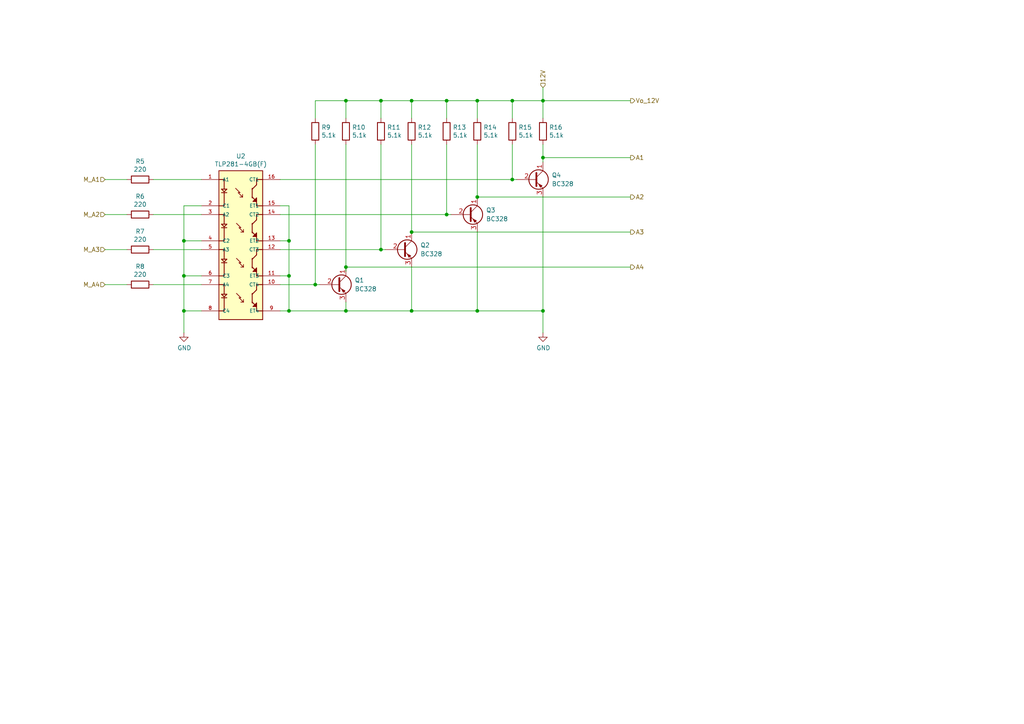
<source format=kicad_sch>
(kicad_sch (version 20211123) (generator eeschema)
  (paper "A4")
  (lib_symbols
    (symbol "Device:R" (pin_numbers hide) (pin_names (offset 0))
      (property "Reference" "R" (at 2.032 0 90))
      (property "Value" "R" (at 0 0 90))
      (symbol "R_0_1"
        (rectangle (start -1.016 -2.54) (end 1.016 2.54) (stroke (width 0.254)))
      )
      (symbol "R_1_1"
        (pin passive line (at 0 3.81 270) (length 1.27) (name "~") (number "1"))
        (pin passive line (at 0 -3.81 90) (length 1.27) (name "~") (number "2"))
      )
    )
    (symbol "Transistor_BJT:BC328" (pin_names (offset 0) hide)
      (property "Reference" "Q" (at 5.08 1.905 0))
      (property "Value" "BC328" (at 5.08 0 0))
      (symbol "BC328_0_1"
        (polyline (pts (xy 0.635 0.635) (xy 2.54 2.54)))
        (polyline (pts (xy 0.635 -0.635) (xy 2.54 -2.54) (xy 2.54 -2.54)))
        (polyline (pts (xy 0.635 1.905) (xy 0.635 -1.905) (xy 0.635 -1.905)) (stroke (width 0.508)))
        (polyline (pts (xy 2.286 -1.778) (xy 1.778 -2.286) (xy 1.27 -1.27) (xy 2.286 -1.778) (xy 2.286 -1.778)) (fill (type outline)))
        (circle (center 1.27 0) (radius 2.8194) (stroke (width 0.254)))
      )
      (symbol "BC328_1_1"
        (pin passive line (at 2.54 5.08 270) (length 2.54) (name "C") (number "1"))
        (pin input line (at -5.08 0 0) (length 5.715) (name "B") (number "2"))
        (pin passive line (at 2.54 -5.08 90) (length 2.54) (name "E") (number "3"))
      )
    )
    (symbol "optoacoplador-rescue:TLP281-4GB(F)-TLP281-4GB_F_" (pin_names (offset 1.016))
      (property "Reference" "U" (at -4.826 21.082 0))
      (property "Value" "TLP281-4GB(F)-TLP281-4GB_F_" (at -5.08 -25.4508 0))
      (symbol "TLP281-4GB(F)-TLP281-4GB_F__0_0"
        (rectangle (start -5.08 -22.86) (end 7.62 20.32) (stroke (width 0.254)) (fill (type background)))
        (polyline (pts (xy -5.08 -12.7) (xy -3.556 -12.7)) (stroke (width 0.254)))
        (polyline (pts (xy -5.08 -2.54) (xy -3.556 -2.54)) (stroke (width 0.254)))
        (polyline (pts (xy -5.08 7.62) (xy -3.556 7.62)) (stroke (width 0.254)))
        (polyline (pts (xy -5.08 17.78) (xy -3.556 17.78)) (stroke (width 0.254)))
        (polyline (pts (xy -4.318 -16.51) (xy -2.794 -16.51)) (stroke (width 0.254)))
        (polyline (pts (xy -4.318 -15.494) (xy -3.556 -16.256)) (stroke (width 0.254)))
        (polyline (pts (xy -4.318 -6.35) (xy -2.794 -6.35)) (stroke (width 0.254)))
        (polyline (pts (xy -4.318 -5.334) (xy -3.556 -6.096)) (stroke (width 0.254)))
        (polyline (pts (xy -4.318 3.81) (xy -2.794 3.81)) (stroke (width 0.254)))
        (polyline (pts (xy -4.318 4.826) (xy -3.556 4.064)) (stroke (width 0.254)))
        (polyline (pts (xy -4.318 13.97) (xy -2.794 13.97)) (stroke (width 0.254)))
        (polyline (pts (xy -4.318 14.986) (xy -3.556 14.224)) (stroke (width 0.254)))
        (polyline (pts (xy -3.556 -20.32) (xy -5.08 -20.32)) (stroke (width 0.254)))
        (polyline (pts (xy -3.556 -16.51) (xy -3.556 -20.32)) (stroke (width 0.254)))
        (polyline (pts (xy -3.556 -16.256) (xy -2.794 -15.494)) (stroke (width 0.254)))
        (polyline (pts (xy -3.556 -15.494) (xy -4.318 -15.494)) (stroke (width 0.254)))
        (polyline (pts (xy -3.556 -15.494) (xy -2.794 -15.494)) (stroke (width 0.254)))
        (polyline (pts (xy -3.556 -12.7) (xy -3.556 -15.494)) (stroke (width 0.254)))
        (polyline (pts (xy -3.556 -10.16) (xy -5.08 -10.16)) (stroke (width 0.254)))
        (polyline (pts (xy -3.556 -6.35) (xy -3.556 -10.16)) (stroke (width 0.254)))
        (polyline (pts (xy -3.556 -6.096) (xy -2.794 -5.334)) (stroke (width 0.254)))
        (polyline (pts (xy -3.556 -5.334) (xy -4.318 -5.334)) (stroke (width 0.254)))
        (polyline (pts (xy -3.556 -5.334) (xy -2.794 -5.334)) (stroke (width 0.254)))
        (polyline (pts (xy -3.556 -2.54) (xy -3.556 -5.334)) (stroke (width 0.254)))
        (polyline (pts (xy -3.556 0) (xy -5.08 0)) (stroke (width 0.254)))
        (polyline (pts (xy -3.556 3.81) (xy -3.556 0)) (stroke (width 0.254)))
        (polyline (pts (xy -3.556 4.064) (xy -2.794 4.826)) (stroke (width 0.254)))
        (polyline (pts (xy -3.556 4.826) (xy -4.318 4.826)) (stroke (width 0.254)))
        (polyline (pts (xy -3.556 4.826) (xy -2.794 4.826)) (stroke (width 0.254)))
        (polyline (pts (xy -3.556 7.62) (xy -3.556 4.826)) (stroke (width 0.254)))
        (polyline (pts (xy -3.556 10.16) (xy -5.08 10.16)) (stroke (width 0.254)))
        (polyline (pts (xy -3.556 13.97) (xy -3.556 10.16)) (stroke (width 0.254)))
        (polyline (pts (xy -3.556 14.224) (xy -2.794 14.986)) (stroke (width 0.254)))
        (polyline (pts (xy -3.556 14.986) (xy -4.318 14.986)) (stroke (width 0.254)))
        (polyline (pts (xy -3.556 14.986) (xy -2.794 14.986)) (stroke (width 0.254)))
        (polyline (pts (xy -3.556 17.78) (xy -3.556 14.986)) (stroke (width 0.254)))
        (polyline (pts (xy -0.254 15.24) (xy 1.016 13.97)) (stroke (width 0.2032)))
        (polyline (pts (xy 0 -15.24) (xy 1.27 -16.51)) (stroke (width 0.2032)))
        (polyline (pts (xy 0 -5.08) (xy 1.27 -6.35)) (stroke (width 0.2032)))
        (polyline (pts (xy 0 5.08) (xy 1.27 3.81)) (stroke (width 0.2032)))
        (polyline (pts (xy 0.508 13.97) (xy 1.778 12.7)) (stroke (width 0.2032)))
        (polyline (pts (xy 0.762 -16.51) (xy 2.032 -17.78)) (stroke (width 0.2032)))
        (polyline (pts (xy 0.762 -6.35) (xy 2.032 -7.62)) (stroke (width 0.2032)))
        (polyline (pts (xy 0.762 3.81) (xy 2.032 2.54)) (stroke (width 0.2032)))
        (polyline (pts (xy 1.016 13.97) (xy 0.508 13.97)) (stroke (width 0.2032)))
        (polyline (pts (xy 1.27 -16.51) (xy 0.762 -16.51)) (stroke (width 0.2032)))
        (polyline (pts (xy 1.27 -6.35) (xy 0.762 -6.35)) (stroke (width 0.2032)))
        (polyline (pts (xy 1.27 3.81) (xy 0.762 3.81)) (stroke (width 0.2032)))
        (polyline (pts (xy 1.778 12.7) (xy 1.016 12.7)) (stroke (width 0.2032)))
        (polyline (pts (xy 1.778 12.7) (xy 1.778 13.462)) (stroke (width 0.2032)))
        (polyline (pts (xy 2.032 -17.78) (xy 1.27 -17.78)) (stroke (width 0.2032)))
        (polyline (pts (xy 2.032 -17.78) (xy 2.032 -17.018)) (stroke (width 0.2032)))
        (polyline (pts (xy 2.032 -7.62) (xy 1.27 -7.62)) (stroke (width 0.2032)))
        (polyline (pts (xy 2.032 -7.62) (xy 2.032 -6.858)) (stroke (width 0.2032)))
        (polyline (pts (xy 2.032 2.54) (xy 1.27 2.54)) (stroke (width 0.2032)))
        (polyline (pts (xy 2.032 2.54) (xy 2.032 3.302)) (stroke (width 0.2032)))
        (polyline (pts (xy 4.572 -17.78) (xy 4.572 -18.034)) (stroke (width 0.254)))
        (polyline (pts (xy 4.572 -17.78) (xy 5.842 -19.05)) (stroke (width 0.254)))
        (polyline (pts (xy 4.572 -15.494) (xy 4.572 -17.78)) (stroke (width 0.254)))
        (polyline (pts (xy 4.572 -15.494) (xy 4.572 -15.24)) (stroke (width 0.254)))
        (polyline (pts (xy 4.572 -7.62) (xy 4.572 -7.874)) (stroke (width 0.254)))
        (polyline (pts (xy 4.572 -7.62) (xy 5.842 -8.89)) (stroke (width 0.254)))
        (polyline (pts (xy 4.572 -5.334) (xy 4.572 -7.62)) (stroke (width 0.254)))
        (polyline (pts (xy 4.572 -5.334) (xy 4.572 -5.08)) (stroke (width 0.254)))
        (polyline (pts (xy 4.572 2.54) (xy 4.572 2.286)) (stroke (width 0.254)))
        (polyline (pts (xy 4.572 2.54) (xy 5.842 1.27)) (stroke (width 0.254)))
        (polyline (pts (xy 4.572 4.826) (xy 4.572 2.54)) (stroke (width 0.254)))
        (polyline (pts (xy 4.572 4.826) (xy 4.572 5.08)) (stroke (width 0.254)))
        (polyline (pts (xy 4.572 12.7) (xy 4.572 12.446)) (stroke (width 0.254)))
        (polyline (pts (xy 4.572 12.7) (xy 5.842 11.43)) (stroke (width 0.254)))
        (polyline (pts (xy 4.572 14.986) (xy 4.572 12.7)) (stroke (width 0.254)))
        (polyline (pts (xy 4.572 14.986) (xy 4.572 15.24)) (stroke (width 0.254)))
        (polyline (pts (xy 4.826 -19.05) (xy 5.588 -19.05)) (stroke (width 0.254)))
        (polyline (pts (xy 4.826 -8.89) (xy 5.588 -8.89)) (stroke (width 0.254)))
        (polyline (pts (xy 4.826 1.27) (xy 5.588 1.27)) (stroke (width 0.254)))
        (polyline (pts (xy 4.826 11.43) (xy 5.588 11.43)) (stroke (width 0.254)))
        (polyline (pts (xy 5.08 -18.796) (xy 4.826 -19.05)) (stroke (width 0.254)))
        (polyline (pts (xy 5.08 -18.796) (xy 5.334 -18.796)) (stroke (width 0.254)))
        (polyline (pts (xy 5.08 -8.636) (xy 4.826 -8.89)) (stroke (width 0.254)))
        (polyline (pts (xy 5.08 -8.636) (xy 5.334 -8.636)) (stroke (width 0.254)))
        (polyline (pts (xy 5.08 1.524) (xy 4.826 1.27)) (stroke (width 0.254)))
        (polyline (pts (xy 5.08 1.524) (xy 5.334 1.524)) (stroke (width 0.254)))
        (polyline (pts (xy 5.08 11.684) (xy 4.826 11.43)) (stroke (width 0.254)))
        (polyline (pts (xy 5.08 11.684) (xy 5.334 11.684)) (stroke (width 0.254)))
        (polyline (pts (xy 5.334 -18.796) (xy 5.588 -19.05)) (stroke (width 0.254)))
        (polyline (pts (xy 5.334 -8.636) (xy 5.588 -8.89)) (stroke (width 0.254)))
        (polyline (pts (xy 5.334 1.524) (xy 5.588 1.27)) (stroke (width 0.254)))
        (polyline (pts (xy 5.334 11.684) (xy 5.588 11.43)) (stroke (width 0.254)))
        (polyline (pts (xy 5.588 -19.05) (xy 5.588 -18.542)) (stroke (width 0.254)))
        (polyline (pts (xy 5.588 -19.05) (xy 5.842 -19.05)) (stroke (width 0.254)))
        (polyline (pts (xy 5.588 -18.542) (xy 5.334 -18.796)) (stroke (width 0.254)))
        (polyline (pts (xy 5.588 -18.542) (xy 5.842 -18.288)) (stroke (width 0.254)))
        (polyline (pts (xy 5.588 -8.89) (xy 5.588 -8.382)) (stroke (width 0.254)))
        (polyline (pts (xy 5.588 -8.89) (xy 5.842 -8.89)) (stroke (width 0.254)))
        (polyline (pts (xy 5.588 -8.382) (xy 5.334 -8.636)) (stroke (width 0.254)))
        (polyline (pts (xy 5.588 -8.382) (xy 5.842 -8.128)) (stroke (width 0.254)))
        (polyline (pts (xy 5.588 1.27) (xy 5.588 1.778)) (stroke (width 0.254)))
        (polyline (pts (xy 5.588 1.27) (xy 5.842 1.27)) (stroke (width 0.254)))
        (polyline (pts (xy 5.588 1.778) (xy 5.334 1.524)) (stroke (width 0.254)))
        (polyline (pts (xy 5.588 1.778) (xy 5.842 2.032)) (stroke (width 0.254)))
        (polyline (pts (xy 5.588 11.43) (xy 5.588 11.938)) (stroke (width 0.254)))
        (polyline (pts (xy 5.588 11.43) (xy 5.842 11.43)) (stroke (width 0.254)))
        (polyline (pts (xy 5.588 11.938) (xy 5.334 11.684)) (stroke (width 0.254)))
        (polyline (pts (xy 5.588 11.938) (xy 5.842 12.192)) (stroke (width 0.254)))
        (polyline (pts (xy 5.842 -20.32) (xy 7.62 -20.32)) (stroke (width 0.254)))
        (polyline (pts (xy 5.842 -19.05) (xy 5.842 -20.32)) (stroke (width 0.254)))
        (polyline (pts (xy 5.842 -19.05) (xy 5.842 -18.796)) (stroke (width 0.254)))
        (polyline (pts (xy 5.842 -18.796) (xy 5.588 -18.542)) (stroke (width 0.254)))
        (polyline (pts (xy 5.842 -18.796) (xy 5.842 -18.288)) (stroke (width 0.254)))
        (polyline (pts (xy 5.842 -18.288) (xy 5.842 -18.034)) (stroke (width 0.254)))
        (polyline (pts (xy 5.842 -18.034) (xy 5.08 -18.796)) (stroke (width 0.254)))
        (polyline (pts (xy 5.842 -14.224) (xy 4.572 -15.494)) (stroke (width 0.254)))
        (polyline (pts (xy 5.842 -12.7) (xy 5.842 -14.224)) (stroke (width 0.254)))
        (polyline (pts (xy 5.842 -10.16) (xy 7.62 -10.16)) (stroke (width 0.254)))
        (polyline (pts (xy 5.842 -8.89) (xy 5.842 -10.16)) (stroke (width 0.254)))
        (polyline (pts (xy 5.842 -8.89) (xy 5.842 -8.636)) (stroke (width 0.254)))
        (polyline (pts (xy 5.842 -8.636) (xy 5.588 -8.382)) (stroke (width 0.254)))
        (polyline (pts (xy 5.842 -8.636) (xy 5.842 -8.128)) (stroke (width 0.254)))
        (polyline (pts (xy 5.842 -8.128) (xy 5.842 -7.874)) (stroke (width 0.254)))
        (polyline (pts (xy 5.842 -7.874) (xy 5.08 -8.636)) (stroke (width 0.254)))
        (polyline (pts (xy 5.842 -4.064) (xy 4.572 -5.334)) (stroke (width 0.254)))
        (polyline (pts (xy 5.842 -2.54) (xy 5.842 -4.064)) (stroke (width 0.254)))
        (polyline (pts (xy 5.842 0) (xy 7.62 0)) (stroke (width 0.254)))
        (polyline (pts (xy 5.842 1.27) (xy 5.842 0)) (stroke (width 0.254)))
        (polyline (pts (xy 5.842 1.27) (xy 5.842 1.524)) (stroke (width 0.254)))
        (polyline (pts (xy 5.842 1.524) (xy 5.588 1.778)) (stroke (width 0.254)))
        (polyline (pts (xy 5.842 1.524) (xy 5.842 2.032)) (stroke (width 0.254)))
        (polyline (pts (xy 5.842 2.032) (xy 5.842 2.286)) (stroke (width 0.254)))
        (polyline (pts (xy 5.842 2.286) (xy 5.08 1.524)) (stroke (width 0.254)))
        (polyline (pts (xy 5.842 6.096) (xy 4.572 4.826)) (stroke (width 0.254)))
        (polyline (pts (xy 5.842 7.62) (xy 5.842 6.096)) (stroke (width 0.254)))
        (polyline (pts (xy 5.842 10.16) (xy 7.62 10.16)) (stroke (width 0.254)))
        (polyline (pts (xy 5.842 11.43) (xy 5.842 10.16)) (stroke (width 0.254)))
        (polyline (pts (xy 5.842 11.43) (xy 5.842 11.684)) (stroke (width 0.254)))
        (polyline (pts (xy 5.842 11.684) (xy 5.588 11.938)) (stroke (width 0.254)))
        (polyline (pts (xy 5.842 11.684) (xy 5.842 12.192)) (stroke (width 0.254)))
        (polyline (pts (xy 5.842 12.192) (xy 5.842 12.446)) (stroke (width 0.254)))
        (polyline (pts (xy 5.842 12.446) (xy 5.08 11.684)) (stroke (width 0.254)))
        (polyline (pts (xy 5.842 16.256) (xy 4.572 14.986)) (stroke (width 0.254)))
        (polyline (pts (xy 5.842 17.78) (xy 5.842 16.256)) (stroke (width 0.254)))
        (polyline (pts (xy 7.62 -12.7) (xy 5.842 -12.7)) (stroke (width 0.254)))
        (polyline (pts (xy 7.62 -2.54) (xy 5.842 -2.54)) (stroke (width 0.254)))
        (polyline (pts (xy 7.62 7.62) (xy 5.842 7.62)) (stroke (width 0.254)))
        (polyline (pts (xy 7.62 17.78) (xy 5.842 17.78)) (stroke (width 0.254)))
        (pin passive line (at -10.16 17.78 0) (length 5.08) (name "A1") (number "1"))
        (pin passive line (at 12.7 -12.7 180) (length 5.08) (name "CT4") (number "10"))
        (pin passive line (at 12.7 -10.16 180) (length 5.08) (name "ET3") (number "11"))
        (pin passive line (at 12.7 -2.54 180) (length 5.08) (name "CT3") (number "12"))
        (pin passive line (at 12.7 0 180) (length 5.08) (name "ET2") (number "13"))
        (pin passive line (at 12.7 7.62 180) (length 5.08) (name "CT2") (number "14"))
        (pin passive line (at 12.7 10.16 180) (length 5.08) (name "ET1") (number "15"))
        (pin passive line (at 12.7 17.78 180) (length 5.08) (name "CT1") (number "16"))
        (pin passive line (at -10.16 10.16 0) (length 5.08) (name "C1") (number "2"))
        (pin passive line (at -10.16 7.62 0) (length 5.08) (name "A2") (number "3"))
        (pin passive line (at -10.16 0 0) (length 5.08) (name "C2") (number "4"))
        (pin passive line (at -10.16 -2.54 0) (length 5.08) (name "A3") (number "5"))
        (pin passive line (at -10.16 -10.16 0) (length 5.08) (name "C3") (number "6"))
        (pin passive line (at -10.16 -12.7 0) (length 5.08) (name "A4") (number "7"))
        (pin passive line (at -10.16 -20.32 0) (length 5.08) (name "C4") (number "8"))
        (pin passive line (at 12.7 -20.32 180) (length 5.08) (name "ET4") (number "9"))
      )
    )
    (symbol "power:GND" (power) (pin_names (offset 0))
      (property "Value" "GND" (at 0 -3.81 0))
      (symbol "GND_0_1"
        (polyline (pts (xy 0 0) (xy 0 -1.27) (xy 1.27 -1.27) (xy 0 -2.54) (xy -1.27 -1.27) (xy 0 -1.27)))
      )
      (symbol "GND_1_1"
        (pin power_in line (at 0 0 270) (length 0) hide (name "GND") (number "1"))
      )
    )
  )
  (junction (at 83.82 90.17))
  (junction (at 148.59 52.07))
  (junction (at 138.43 90.17))
  (junction (at 138.43 57.15))
  (junction (at 53.34 90.17))
  (junction (at 138.43 29.21))
  (junction (at 100.33 90.17))
  (junction (at 129.54 29.21))
  (junction (at 91.44 82.55))
  (junction (at 100.33 77.47))
  (junction (at 129.54 62.23))
  (junction (at 119.38 90.17))
  (junction (at 83.82 69.85))
  (junction (at 100.33 29.21))
  (junction (at 119.38 29.21))
  (junction (at 157.48 29.21))
  (junction (at 148.59 29.21))
  (junction (at 157.48 45.72))
  (junction (at 53.34 80.01))
  (junction (at 110.49 29.21))
  (junction (at 83.82 80.01))
  (junction (at 110.49 72.39))
  (junction (at 157.48 90.17))
  (junction (at 53.34 69.85))
  (junction (at 119.38 67.31))
  (wire (pts (xy 100.33 77.47) (xy 100.33 78.74)))
  (wire (pts (xy 119.38 77.47) (xy 119.38 90.17)))
  (wire (pts (xy 148.59 29.21) (xy 157.48 29.21)))
  (wire (pts (xy 44.45 72.39) (xy 58.42 72.39)))
  (wire (pts (xy 100.33 77.47) (xy 182.88 77.47)))
  (wire (pts (xy 44.45 52.07) (xy 58.42 52.07)))
  (wire (pts (xy 83.82 59.69) (xy 83.82 69.85)))
  (wire (pts (xy 111.76 72.39) (xy 110.49 72.39)))
  (wire (pts (xy 130.81 62.23) (xy 129.54 62.23)))
  (wire (pts (xy 100.33 29.21) (xy 110.49 29.21)))
  (wire (pts (xy 83.82 80.01) (xy 81.28 80.01)))
  (wire (pts (xy 138.43 41.91) (xy 138.43 57.15)))
  (wire (pts (xy 110.49 29.21) (xy 119.38 29.21)))
  (wire (pts (xy 119.38 67.31) (xy 182.88 67.31)))
  (wire (pts (xy 129.54 29.21) (xy 138.43 29.21)))
  (wire (pts (xy 100.33 90.17) (xy 119.38 90.17)))
  (wire (pts (xy 100.33 41.91) (xy 100.33 77.47)))
  (wire (pts (xy 129.54 34.29) (xy 129.54 29.21)))
  (wire (pts (xy 100.33 87.63) (xy 100.33 90.17)))
  (wire (pts (xy 36.83 82.55) (xy 30.48 82.55)))
  (wire (pts (xy 92.71 82.55) (xy 91.44 82.55)))
  (wire (pts (xy 83.82 90.17) (xy 81.28 90.17)))
  (wire (pts (xy 157.48 90.17) (xy 157.48 96.52)))
  (wire (pts (xy 36.83 62.23) (xy 30.48 62.23)))
  (wire (pts (xy 100.33 34.29) (xy 100.33 29.21)))
  (wire (pts (xy 91.44 41.91) (xy 91.44 82.55)))
  (wire (pts (xy 157.48 29.21) (xy 182.88 29.21)))
  (wire (pts (xy 53.34 90.17) (xy 58.42 90.17)))
  (wire (pts (xy 129.54 41.91) (xy 129.54 62.23)))
  (wire (pts (xy 100.33 90.17) (xy 83.82 90.17)))
  (wire (pts (xy 53.34 69.85) (xy 58.42 69.85)))
  (wire (pts (xy 110.49 34.29) (xy 110.49 29.21)))
  (wire (pts (xy 148.59 41.91) (xy 148.59 52.07)))
  (wire (pts (xy 36.83 72.39) (xy 30.48 72.39)))
  (wire (pts (xy 148.59 52.07) (xy 149.86 52.07)))
  (wire (pts (xy 138.43 29.21) (xy 148.59 29.21)))
  (wire (pts (xy 83.82 69.85) (xy 81.28 69.85)))
  (wire (pts (xy 81.28 59.69) (xy 83.82 59.69)))
  (wire (pts (xy 119.38 29.21) (xy 129.54 29.21)))
  (wire (pts (xy 53.34 80.01) (xy 58.42 80.01)))
  (wire (pts (xy 157.48 25.4) (xy 157.48 29.21)))
  (wire (pts (xy 138.43 90.17) (xy 157.48 90.17)))
  (wire (pts (xy 91.44 34.29) (xy 91.44 29.21)))
  (wire (pts (xy 138.43 34.29) (xy 138.43 29.21)))
  (wire (pts (xy 157.48 45.72) (xy 157.48 41.91)))
  (wire (pts (xy 148.59 34.29) (xy 148.59 29.21)))
  (wire (pts (xy 83.82 69.85) (xy 83.82 80.01)))
  (wire (pts (xy 58.42 59.69) (xy 53.34 59.69)))
  (wire (pts (xy 119.38 34.29) (xy 119.38 29.21)))
  (wire (pts (xy 157.48 46.99) (xy 157.48 45.72)))
  (wire (pts (xy 182.88 45.72) (xy 157.48 45.72)))
  (wire (pts (xy 157.48 29.21) (xy 157.48 34.29)))
  (wire (pts (xy 119.38 90.17) (xy 138.43 90.17)))
  (wire (pts (xy 129.54 62.23) (xy 81.28 62.23)))
  (wire (pts (xy 44.45 82.55) (xy 58.42 82.55)))
  (wire (pts (xy 53.34 80.01) (xy 53.34 90.17)))
  (wire (pts (xy 110.49 41.91) (xy 110.49 72.39)))
  (wire (pts (xy 148.59 52.07) (xy 81.28 52.07)))
  (wire (pts (xy 110.49 72.39) (xy 81.28 72.39)))
  (wire (pts (xy 157.48 57.15) (xy 157.48 90.17)))
  (wire (pts (xy 138.43 57.15) (xy 182.88 57.15)))
  (wire (pts (xy 83.82 80.01) (xy 83.82 90.17)))
  (wire (pts (xy 53.34 59.69) (xy 53.34 69.85)))
  (wire (pts (xy 36.83 52.07) (xy 30.48 52.07)))
  (wire (pts (xy 44.45 62.23) (xy 58.42 62.23)))
  (wire (pts (xy 91.44 29.21) (xy 100.33 29.21)))
  (wire (pts (xy 91.44 82.55) (xy 81.28 82.55)))
  (wire (pts (xy 138.43 67.31) (xy 138.43 90.17)))
  (wire (pts (xy 119.38 41.91) (xy 119.38 67.31)))
  (wire (pts (xy 53.34 69.85) (xy 53.34 80.01)))
  (wire (pts (xy 53.34 96.52) (xy 53.34 90.17)))
  (hierarchical_label "M_A1" (shape input) (at 30.48 52.07 180))
  (hierarchical_label "12V" (shape input) (at 157.48 25.4 90))
  (hierarchical_label "A1" (shape output) (at 182.88 45.72 0))
  (hierarchical_label "A2" (shape output) (at 182.88 57.15 0))
  (hierarchical_label "M_A4" (shape input) (at 30.48 82.55 180))
  (hierarchical_label "M_A2" (shape input) (at 30.48 62.23 180))
  (hierarchical_label "M_A3" (shape input) (at 30.48 72.39 180))
  (hierarchical_label "A3" (shape output) (at 182.88 67.31 0))
  (hierarchical_label "Vo_12V" (shape output) (at 182.88 29.21 0))
  (hierarchical_label "A4" (shape output) (at 182.88 77.47 0))
  (symbol (lib_id "Transistor_BJT:BC328") (at 154.94 52.07 0) (unit 1)
    (property "Reference" "Q4" (at 160.02 50.7999 0) (effects (justify left)))
    (property "Value" "BC328" (at 160.02 53.3399 0) (effects (justify left)))
    (property "Footprint" "Package_TO_SOT_THT:TO-92_Inline" (effects hide))
    (property "Datasheet" "http://www.redrok.com/PNP_BC327_-45V_-800mA_0.625W_Hfe100_TO-92.pdf" (effects hide))
  )
  (symbol (lib_id "power:GND") (at 157.48 96.52 0) (unit 1)
    (property "Reference" "#PWR0101" (effects hide))
    (property "Value" "GND" (at 157.607 100.9142 0))
  )
  (symbol (lib_id "Device:R") (at 148.59 38.1 0) (unit 1)
    (property "Reference" "R15" (at 150.368 36.9316 0) (effects (justify left)))
    (property "Value" "5.1k" (at 150.368 39.243 0) (effects (justify left)))
    (property "Footprint" "Resistor_SMD:R_1206_3216Metric_Pad1.30x1.75mm_HandSolder" (effects hide))
  )
  (symbol (lib_id "Device:R") (at 40.64 62.23 90) (unit 1)
    (property "Reference" "R6" (at 40.64 56.9722 90))
    (property "Value" "220" (at 40.64 59.2836 90))
    (property "Footprint" "Resistor_SMD:R_1206_3216Metric_Pad1.30x1.75mm_HandSolder" (effects hide))
  )
  (symbol (lib_id "Device:R") (at 119.38 38.1 0) (unit 1)
    (property "Reference" "R12" (at 121.158 36.9316 0) (effects (justify left)))
    (property "Value" "5.1k" (at 121.158 39.243 0) (effects (justify left)))
    (property "Footprint" "Resistor_SMD:R_1206_3216Metric_Pad1.30x1.75mm_HandSolder" (effects hide))
  )
  (symbol (lib_id "Device:R") (at 100.33 38.1 0) (unit 1)
    (property "Reference" "R10" (at 102.108 36.9316 0) (effects (justify left)))
    (property "Value" "5.1k" (at 102.108 39.243 0) (effects (justify left)))
    (property "Footprint" "Resistor_SMD:R_1206_3216Metric_Pad1.30x1.75mm_HandSolder" (effects hide))
  )
  (symbol (lib_id "power:GND") (at 53.34 96.52 0) (unit 1)
    (property "Reference" "#PWR0124" (effects hide))
    (property "Value" "GND" (at 53.467 100.9142 0))
  )
  (symbol (lib_id "optoacoplador-rescue:TLP281-4GB(F)-TLP281-4GB_F_") (at 68.58 69.85 0) (unit 1)
    (property "Reference" "U2" (at 69.85 45.2882 0))
    (property "Value" "TLP281-4GB(F)" (at 69.85 47.5996 0))
    (property "MANUFACTURER" "Toshiba" (effects hide))
    (property "STANDARD" "IPC7351B" (effects hide))
    (property "SNAPEDA_PACKAGE_ID" "7439" (effects hide))
  )
  (symbol (lib_id "Device:R") (at 91.44 38.1 0) (unit 1)
    (property "Reference" "R9" (at 93.218 36.9316 0) (effects (justify left)))
    (property "Value" "5.1k" (at 93.218 39.243 0) (effects (justify left)))
    (property "Footprint" "Resistor_SMD:R_1206_3216Metric_Pad1.30x1.75mm_HandSolder" (effects hide))
  )
  (symbol (lib_id "Device:R") (at 40.64 52.07 90) (unit 1)
    (property "Reference" "R5" (at 40.64 46.8122 90))
    (property "Value" "220" (at 40.64 49.1236 90))
    (property "Footprint" "Resistor_SMD:R_1206_3216Metric_Pad1.30x1.75mm_HandSolder" (effects hide))
  )
  (symbol (lib_id "Device:R") (at 157.48 38.1 0) (unit 1)
    (property "Reference" "R16" (at 159.258 36.9316 0) (effects (justify left)))
    (property "Value" "5.1k" (at 159.258 39.243 0) (effects (justify left)))
    (property "Footprint" "Resistor_SMD:R_1206_3216Metric_Pad1.30x1.75mm_HandSolder" (effects hide))
  )
  (symbol (lib_id "Transistor_BJT:BC328") (at 97.79 82.55 0) (unit 1)
    (property "Reference" "Q1" (at 102.87 81.2799 0) (effects (justify left)))
    (property "Value" "BC328" (at 102.87 83.8199 0) (effects (justify left)))
    (property "Footprint" "Package_TO_SOT_THT:TO-92_Inline" (effects hide))
    (property "Datasheet" "http://www.redrok.com/PNP_BC327_-45V_-800mA_0.625W_Hfe100_TO-92.pdf" (effects hide))
  )
  (symbol (lib_id "Device:R") (at 138.43 38.1 0) (unit 1)
    (property "Reference" "R14" (at 140.208 36.9316 0) (effects (justify left)))
    (property "Value" "5.1k" (at 140.208 39.243 0) (effects (justify left)))
    (property "Footprint" "Resistor_SMD:R_1206_3216Metric_Pad1.30x1.75mm_HandSolder" (effects hide))
  )
  (symbol (lib_id "Device:R") (at 40.64 82.55 90) (unit 1)
    (property "Reference" "R8" (at 40.64 77.2922 90))
    (property "Value" "220" (at 40.64 79.6036 90))
    (property "Footprint" "Resistor_SMD:R_1206_3216Metric_Pad1.30x1.75mm_HandSolder" (effects hide))
  )
  (symbol (lib_id "Transistor_BJT:BC328") (at 135.89 62.23 0) (unit 1)
    (property "Reference" "Q3" (at 140.97 60.9599 0) (effects (justify left)))
    (property "Value" "BC328" (at 140.97 63.4999 0) (effects (justify left)))
    (property "Footprint" "Package_TO_SOT_THT:TO-92_Inline" (effects hide))
    (property "Datasheet" "http://www.redrok.com/PNP_BC327_-45V_-800mA_0.625W_Hfe100_TO-92.pdf" (effects hide))
  )
  (symbol (lib_id "Device:R") (at 40.64 72.39 90) (unit 1)
    (property "Reference" "R7" (at 40.64 67.1322 90))
    (property "Value" "220" (at 40.64 69.4436 90))
    (property "Footprint" "Resistor_SMD:R_1206_3216Metric_Pad1.30x1.75mm_HandSolder" (effects hide))
  )
  (symbol (lib_id "Transistor_BJT:BC328") (at 116.84 72.39 0) (unit 1)
    (property "Reference" "Q2" (at 121.92 71.1199 0) (effects (justify left)))
    (property "Value" "BC328" (at 121.92 73.6599 0) (effects (justify left)))
    (property "Footprint" "Package_TO_SOT_THT:TO-92_Inline" (effects hide))
    (property "Datasheet" "http://www.redrok.com/PNP_BC327_-45V_-800mA_0.625W_Hfe100_TO-92.pdf" (effects hide))
  )
  (symbol (lib_id "Device:R") (at 129.54 38.1 0) (unit 1)
    (property "Reference" "R13" (at 131.318 36.9316 0) (effects (justify left)))
    (property "Value" "5.1k" (at 131.318 39.243 0) (effects (justify left)))
    (property "Footprint" "Resistor_SMD:R_1206_3216Metric_Pad1.30x1.75mm_HandSolder" (effects hide))
  )
  (symbol (lib_id "Device:R") (at 110.49 38.1 0) (unit 1)
    (property "Reference" "R11" (at 112.268 36.9316 0) (effects (justify left)))
    (property "Value" "5.1k" (at 112.268 39.243 0) (effects (justify left)))
    (property "Footprint" "Resistor_SMD:R_1206_3216Metric_Pad1.30x1.75mm_HandSolder" (effects hide))
  )
)
</source>
